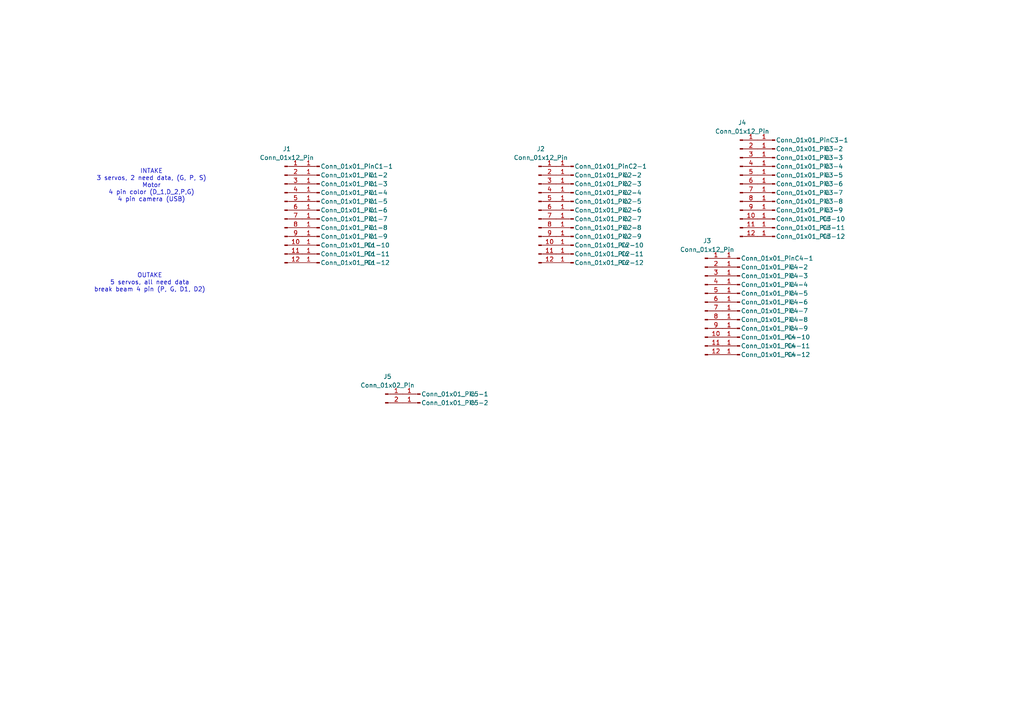
<source format=kicad_sch>
(kicad_sch (version 20231120) (generator "eeschema") (generator_version "8.0")
  (paper "A4")
  (lib_symbols
    (symbol "Connector:Conn_01x01_Pin" (pin_names (offset 1.016) hide)
      (property "Reference" "J" (at 0 2.54 0))
      (property "Value" "Conn_01x01_Pin" (at 0 -2.54 0))
      (symbol "Conn_01x01_Pin_1_1"
        (polyline (pts (xy 1.27 0) (xy 0.8636 0)) (stroke (width 0.1524)))
        (rectangle (start 0.8636 0.127) (end 0 -0.127) (stroke (width 0.1524)) (fill (type outline)))
        (pin passive line (at 5.08 0 180) (length 3.81) (name "Pin_1") (number "1"))
      )
    )
    (symbol "Connector:Conn_01x02_Pin" (pin_names (offset 1.016) hide)
      (property "Reference" "J" (at 0 2.54 0))
      (property "Value" "Conn_01x02_Pin" (at 0 -5.08 0))
      (symbol "Conn_01x02_Pin_1_1"
        (polyline (pts (xy 1.27 -2.54) (xy 0.8636 -2.54)) (stroke (width 0.1524)))
        (polyline (pts (xy 1.27 0) (xy 0.8636 0)) (stroke (width 0.1524)))
        (rectangle (start 0.8636 -2.413) (end 0 -2.667) (stroke (width 0.1524)) (fill (type outline)))
        (rectangle (start 0.8636 0.127) (end 0 -0.127) (stroke (width 0.1524)) (fill (type outline)))
        (pin passive line (at 5.08 0 180) (length 3.81) (name "Pin_1") (number "1"))
        (pin passive line (at 5.08 -2.54 180) (length 3.81) (name "Pin_2") (number "2"))
      )
    )
    (symbol "Connector:Conn_01x12_Pin" (pin_names (offset 1.016) hide)
      (property "Reference" "J" (at 0 15.24 0))
      (property "Value" "Conn_01x12_Pin" (at 0 -17.78 0))
      (symbol "Conn_01x12_Pin_1_1"
        (polyline (pts (xy 1.27 -15.24) (xy 0.8636 -15.24)) (stroke (width 0.1524)))
        (polyline (pts (xy 1.27 -12.7) (xy 0.8636 -12.7)) (stroke (width 0.1524)))
        (polyline (pts (xy 1.27 -10.16) (xy 0.8636 -10.16)) (stroke (width 0.1524)))
        (polyline (pts (xy 1.27 -7.62) (xy 0.8636 -7.62)) (stroke (width 0.1524)))
        (polyline (pts (xy 1.27 -5.08) (xy 0.8636 -5.08)) (stroke (width 0.1524)))
        (polyline (pts (xy 1.27 -2.54) (xy 0.8636 -2.54)) (stroke (width 0.1524)))
        (polyline (pts (xy 1.27 0) (xy 0.8636 0)) (stroke (width 0.1524)))
        (polyline (pts (xy 1.27 2.54) (xy 0.8636 2.54)) (stroke (width 0.1524)))
        (polyline (pts (xy 1.27 5.08) (xy 0.8636 5.08)) (stroke (width 0.1524)))
        (polyline (pts (xy 1.27 7.62) (xy 0.8636 7.62)) (stroke (width 0.1524)))
        (polyline (pts (xy 1.27 10.16) (xy 0.8636 10.16)) (stroke (width 0.1524)))
        (polyline (pts (xy 1.27 12.7) (xy 0.8636 12.7)) (stroke (width 0.1524)))
        (rectangle (start 0.8636 -15.113) (end 0 -15.367) (stroke (width 0.1524)) (fill (type outline)))
        (rectangle (start 0.8636 -12.573) (end 0 -12.827) (stroke (width 0.1524)) (fill (type outline)))
        (rectangle (start 0.8636 -10.033) (end 0 -10.287) (stroke (width 0.1524)) (fill (type outline)))
        (rectangle (start 0.8636 -7.493) (end 0 -7.747) (stroke (width 0.1524)) (fill (type outline)))
        (rectangle (start 0.8636 -4.953) (end 0 -5.207) (stroke (width 0.1524)) (fill (type outline)))
        (rectangle (start 0.8636 -2.413) (end 0 -2.667) (stroke (width 0.1524)) (fill (type outline)))
        (rectangle (start 0.8636 0.127) (end 0 -0.127) (stroke (width 0.1524)) (fill (type outline)))
        (rectangle (start 0.8636 2.667) (end 0 2.413) (stroke (width 0.1524)) (fill (type outline)))
        (rectangle (start 0.8636 5.207) (end 0 4.953) (stroke (width 0.1524)) (fill (type outline)))
        (rectangle (start 0.8636 7.747) (end 0 7.493) (stroke (width 0.1524)) (fill (type outline)))
        (rectangle (start 0.8636 10.287) (end 0 10.033) (stroke (width 0.1524)) (fill (type outline)))
        (rectangle (start 0.8636 12.827) (end 0 12.573) (stroke (width 0.1524)) (fill (type outline)))
        (pin passive line (at 5.08 12.7 180) (length 3.81) (name "Pin_1") (number "1"))
        (pin passive line (at 5.08 -10.16 180) (length 3.81) (name "Pin_10") (number "10"))
        (pin passive line (at 5.08 -12.7 180) (length 3.81) (name "Pin_11") (number "11"))
        (pin passive line (at 5.08 -15.24 180) (length 3.81) (name "Pin_12") (number "12"))
        (pin passive line (at 5.08 10.16 180) (length 3.81) (name "Pin_2") (number "2"))
        (pin passive line (at 5.08 7.62 180) (length 3.81) (name "Pin_3") (number "3"))
        (pin passive line (at 5.08 5.08 180) (length 3.81) (name "Pin_4") (number "4"))
        (pin passive line (at 5.08 2.54 180) (length 3.81) (name "Pin_5") (number "5"))
        (pin passive line (at 5.08 0 180) (length 3.81) (name "Pin_6") (number "6"))
        (pin passive line (at 5.08 -2.54 180) (length 3.81) (name "Pin_7") (number "7"))
        (pin passive line (at 5.08 -5.08 180) (length 3.81) (name "Pin_8") (number "8"))
        (pin passive line (at 5.08 -7.62 180) (length 3.81) (name "Pin_9") (number "9"))
      )
    )
  )
  (text "OUTAKE\n5 servos, all need data\nbreak beam 4 pin (P, G, D1, D2)" (at 43.434 82.042 0) (effects (font (size 1.27 1.27))))
  (text "INTAKE\n3 servos, 2 need data, (G, P, S)\nMotor\n4 pin color (D_1,D_2,P,G)\n4 pin camera (USB)" (at 43.942 53.848 0) (effects (font (size 1.27 1.27))))
  (symbol (lib_id "Connector:Conn_01x01_Pin") (at 214.63 95.25 180) (unit 1)
    (property "Reference" "C4-9" (at 231.648 95.25 0))
    (property "Value" "Conn_01x01_Pin" (at 222.758 95.25 0))
    (property "Footprint" "Connector_Wire:SolderWire-0.75sqmm_1x01_D1.25mm_OD2.3mm" (effects (hide yes)))
    (property "Description" "Generic connector, single row, 01x01, script generated" (effects (hide yes)))
  )
  (symbol (lib_id "Connector:Conn_01x01_Pin") (at 92.71 55.88 180) (unit 1)
    (property "Reference" "C1-4" (at 109.728 55.88 0))
    (property "Value" "Conn_01x01_Pin" (at 100.838 55.88 0))
    (property "Footprint" "Connector_Wire:SolderWire-0.75sqmm_1x01_D1.25mm_OD2.3mm" (effects (hide yes)))
    (property "Description" "Generic connector, single row, 01x01, script generated" (effects (hide yes)))
  )
  (symbol (lib_id "Connector:Conn_01x01_Pin") (at 214.63 87.63 180) (unit 1)
    (property "Reference" "C4-6" (at 231.648 87.63 0))
    (property "Value" "Conn_01x01_Pin" (at 222.758 87.63 0))
    (property "Footprint" "Connector_Wire:SolderWire-0.75sqmm_1x01_D1.25mm_OD2.3mm" (effects (hide yes)))
    (property "Description" "Generic connector, single row, 01x01, script generated" (effects (hide yes)))
  )
  (symbol (lib_id "Connector:Conn_01x01_Pin") (at 224.79 45.72 180) (unit 1)
    (property "Reference" "C3-3" (at 241.808 45.72 0))
    (property "Value" "Conn_01x01_Pin" (at 232.918 45.72 0))
    (property "Footprint" "Connector_Wire:SolderWire-0.75sqmm_1x01_D1.25mm_OD2.3mm" (effects (hide yes)))
    (property "Description" "Generic connector, single row, 01x01, script generated" (effects (hide yes)))
  )
  (symbol (lib_id "Connector:Conn_01x01_Pin") (at 166.37 55.88 180) (unit 1)
    (property "Reference" "C2-4" (at 183.388 55.88 0))
    (property "Value" "Conn_01x01_Pin" (at 174.498 55.88 0))
    (property "Footprint" "Connector_Wire:SolderWire-0.75sqmm_1x01_D1.25mm_OD2.3mm" (effects (hide yes)))
    (property "Description" "Generic connector, single row, 01x01, script generated" (effects (hide yes)))
  )
  (symbol (lib_id "Connector:Conn_01x12_Pin") (at 156.21 60.96 0) (unit 1)
    (property "Reference" "J2" (at 156.845 43.18 0))
    (property "Value" "Conn_01x12_Pin" (at 156.845 45.72 0))
    (property "Footprint" "Connector_JST:JST_XH_B12B-XH-A_1x12_P2.50mm_Vertical" (effects (hide yes)))
    (property "Description" "Generic connector, single row, 01x12, script generated" (effects (hide yes)))
  )
  (symbol (lib_id "Connector:Conn_01x01_Pin") (at 224.79 48.26 180) (unit 1)
    (property "Reference" "C3-4" (at 241.808 48.26 0))
    (property "Value" "Conn_01x01_Pin" (at 232.918 48.26 0))
    (property "Footprint" "Connector_Wire:SolderWire-0.75sqmm_1x01_D1.25mm_OD2.3mm" (effects (hide yes)))
    (property "Description" "Generic connector, single row, 01x01, script generated" (effects (hide yes)))
  )
  (symbol (lib_id "Connector:Conn_01x01_Pin") (at 214.63 80.01 180) (unit 1)
    (property "Reference" "C4-3" (at 231.648 80.01 0))
    (property "Value" "Conn_01x01_Pin" (at 222.758 80.01 0))
    (property "Footprint" "Connector_Wire:SolderWire-0.75sqmm_1x01_D1.25mm_OD2.3mm" (effects (hide yes)))
    (property "Description" "Generic connector, single row, 01x01, script generated" (effects (hide yes)))
  )
  (symbol (lib_id "Connector:Conn_01x01_Pin") (at 166.37 76.2 180) (unit 1)
    (property "Reference" "C2-12" (at 183.388 76.2 0))
    (property "Value" "Conn_01x01_Pin" (at 174.498 76.2 0))
    (property "Footprint" "Connector_Wire:SolderWire-0.75sqmm_1x01_D1.25mm_OD2.3mm" (effects (hide yes)))
    (property "Description" "Generic connector, single row, 01x01, script generated" (effects (hide yes)))
  )
  (symbol (lib_id "Connector:Conn_01x12_Pin") (at 204.47 87.63 0) (unit 1)
    (property "Reference" "J3" (at 205.105 69.85 0))
    (property "Value" "Conn_01x12_Pin" (at 205.105 72.39 0))
    (property "Footprint" "Connector_JST:JST_XH_B12B-XH-A_1x12_P2.50mm_Vertical" (effects (hide yes)))
    (property "Description" "Generic connector, single row, 01x12, script generated" (effects (hide yes)))
  )
  (symbol (lib_id "Connector:Conn_01x01_Pin") (at 224.79 68.58 180) (unit 1)
    (property "Reference" "C3-12" (at 241.808 68.58 0))
    (property "Value" "Conn_01x01_Pin" (at 232.918 68.58 0))
    (property "Footprint" "Connector_Wire:SolderWire-0.75sqmm_1x01_D1.25mm_OD2.3mm" (effects (hide yes)))
    (property "Description" "Generic connector, single row, 01x01, script generated" (effects (hide yes)))
  )
  (symbol (lib_id "Connector:Conn_01x01_Pin") (at 224.79 53.34 180) (unit 1)
    (property "Reference" "C3-6" (at 241.808 53.34 0))
    (property "Value" "Conn_01x01_Pin" (at 232.918 53.34 0))
    (property "Footprint" "Connector_Wire:SolderWire-0.75sqmm_1x01_D1.25mm_OD2.3mm" (effects (hide yes)))
    (property "Description" "Generic connector, single row, 01x01, script generated" (effects (hide yes)))
  )
  (symbol (lib_id "Connector:Conn_01x01_Pin") (at 224.79 43.18 180) (unit 1)
    (property "Reference" "C3-2" (at 241.808 43.18 0))
    (property "Value" "Conn_01x01_Pin" (at 232.918 43.18 0))
    (property "Footprint" "Connector_Wire:SolderWire-0.75sqmm_1x01_D1.25mm_OD2.3mm" (effects (hide yes)))
    (property "Description" "Generic connector, single row, 01x01, script generated" (effects (hide yes)))
  )
  (symbol (lib_id "Connector:Conn_01x01_Pin") (at 224.79 66.04 180) (unit 1)
    (property "Reference" "C3-11" (at 241.808 66.04 0))
    (property "Value" "Conn_01x01_Pin" (at 232.918 66.04 0))
    (property "Footprint" "Connector_Wire:SolderWire-0.75sqmm_1x01_D1.25mm_OD2.3mm" (effects (hide yes)))
    (property "Description" "Generic connector, single row, 01x01, script generated" (effects (hide yes)))
  )
  (symbol (lib_id "Connector:Conn_01x01_Pin") (at 92.71 71.12 180) (unit 1)
    (property "Reference" "C1-10" (at 109.728 71.12 0))
    (property "Value" "Conn_01x01_Pin" (at 100.838 71.12 0))
    (property "Footprint" "Connector_Wire:SolderWire-0.75sqmm_1x01_D1.25mm_OD2.3mm" (effects (hide yes)))
    (property "Description" "Generic connector, single row, 01x01, script generated" (effects (hide yes)))
  )
  (symbol (lib_id "Connector:Conn_01x01_Pin") (at 224.79 63.5 180) (unit 1)
    (property "Reference" "C3-10" (at 241.808 63.5 0))
    (property "Value" "Conn_01x01_Pin" (at 232.918 63.5 0))
    (property "Footprint" "Connector_Wire:SolderWire-0.75sqmm_1x01_D1.25mm_OD2.3mm" (effects (hide yes)))
    (property "Description" "Generic connector, single row, 01x01, script generated" (effects (hide yes)))
  )
  (symbol (lib_id "Connector:Conn_01x01_Pin") (at 92.71 60.96 180) (unit 1)
    (property "Reference" "C1-6" (at 109.728 60.96 0))
    (property "Value" "Conn_01x01_Pin" (at 100.838 60.96 0))
    (property "Footprint" "Connector_Wire:SolderWire-0.75sqmm_1x01_D1.25mm_OD2.3mm" (effects (hide yes)))
    (property "Description" "Generic connector, single row, 01x01, script generated" (effects (hide yes)))
  )
  (symbol (lib_id "Connector:Conn_01x01_Pin") (at 166.37 68.58 180) (unit 1)
    (property "Reference" "C2-9" (at 183.388 68.58 0))
    (property "Value" "Conn_01x01_Pin" (at 174.498 68.58 0))
    (property "Footprint" "Connector_Wire:SolderWire-0.75sqmm_1x01_D1.25mm_OD2.3mm" (effects (hide yes)))
    (property "Description" "Generic connector, single row, 01x01, script generated" (effects (hide yes)))
  )
  (symbol (lib_id "Connector:Conn_01x01_Pin") (at 224.79 60.96 180) (unit 1)
    (property "Reference" "C3-9" (at 241.808 60.96 0))
    (property "Value" "Conn_01x01_Pin" (at 232.918 60.96 0))
    (property "Footprint" "Connector_Wire:SolderWire-0.75sqmm_1x01_D1.25mm_OD2.3mm" (effects (hide yes)))
    (property "Description" "Generic connector, single row, 01x01, script generated" (effects (hide yes)))
  )
  (symbol (lib_id "Connector:Conn_01x01_Pin") (at 92.71 76.2 180) (unit 1)
    (property "Reference" "C1-12" (at 109.728 76.2 0))
    (property "Value" "Conn_01x01_Pin" (at 100.838 76.2 0))
    (property "Footprint" "Connector_Wire:SolderWire-0.75sqmm_1x01_D1.25mm_OD2.3mm" (effects (hide yes)))
    (property "Description" "Generic connector, single row, 01x01, script generated" (effects (hide yes)))
  )
  (symbol (lib_id "Connector:Conn_01x01_Pin") (at 166.37 63.5 180) (unit 1)
    (property "Reference" "C2-7" (at 183.388 63.5 0))
    (property "Value" "Conn_01x01_Pin" (at 174.498 63.5 0))
    (property "Footprint" "Connector_Wire:SolderWire-0.75sqmm_1x01_D1.25mm_OD2.3mm" (effects (hide yes)))
    (property "Description" "Generic connector, single row, 01x01, script generated" (effects (hide yes)))
  )
  (symbol (lib_id "Connector:Conn_01x01_Pin") (at 92.71 58.42 180) (unit 1)
    (property "Reference" "C1-5" (at 109.728 58.42 0))
    (property "Value" "Conn_01x01_Pin" (at 100.838 58.42 0))
    (property "Footprint" "Connector_Wire:SolderWire-0.75sqmm_1x01_D1.25mm_OD2.3mm" (effects (hide yes)))
    (property "Description" "Generic connector, single row, 01x01, script generated" (effects (hide yes)))
  )
  (symbol (lib_id "Connector:Conn_01x01_Pin") (at 121.92 116.84 180) (unit 1)
    (property "Reference" "C5-2" (at 138.938 116.84 0))
    (property "Value" "Conn_01x01_Pin" (at 130.048 116.84 0))
    (property "Footprint" "Connector_Wire:SolderWire-1sqmm_1x01_D1.4mm_OD2.7mm" (effects (hide yes)))
    (property "Description" "Generic connector, single row, 01x01, script generated" (effects (hide yes)))
  )
  (symbol (lib_id "Connector:Conn_01x01_Pin") (at 92.71 50.8 180) (unit 1)
    (property "Reference" "C1-2" (at 109.728 50.8 0))
    (property "Value" "Conn_01x01_Pin" (at 100.838 50.8 0))
    (property "Footprint" "Connector_Wire:SolderWire-0.75sqmm_1x01_D1.25mm_OD2.3mm" (effects (hide yes)))
    (property "Description" "Generic connector, single row, 01x01, script generated" (effects (hide yes)))
  )
  (symbol (lib_id "Connector:Conn_01x01_Pin") (at 214.63 102.87 180) (unit 1)
    (property "Reference" "C4-12" (at 231.648 102.87 0))
    (property "Value" "Conn_01x01_Pin" (at 222.758 102.87 0))
    (property "Footprint" "Connector_Wire:SolderWire-0.75sqmm_1x01_D1.25mm_OD2.3mm" (effects (hide yes)))
    (property "Description" "Generic connector, single row, 01x01, script generated" (effects (hide yes)))
  )
  (symbol (lib_id "Connector:Conn_01x01_Pin") (at 166.37 73.66 180) (unit 1)
    (property "Reference" "C2-11" (at 183.388 73.66 0))
    (property "Value" "Conn_01x01_Pin" (at 174.498 73.66 0))
    (property "Footprint" "Connector_Wire:SolderWire-0.75sqmm_1x01_D1.25mm_OD2.3mm" (effects (hide yes)))
    (property "Description" "Generic connector, single row, 01x01, script generated" (effects (hide yes)))
  )
  (symbol (lib_id "Connector:Conn_01x01_Pin") (at 121.92 114.3 180) (unit 1)
    (property "Reference" "C5-1" (at 138.938 114.3 0))
    (property "Value" "Conn_01x01_Pin" (at 130.048 114.3 0))
    (property "Footprint" "Connector_Wire:SolderWire-1sqmm_1x01_D1.4mm_OD2.7mm" (effects (hide yes)))
    (property "Description" "Generic connector, single row, 01x01, script generated" (effects (hide yes)))
  )
  (symbol (lib_id "Connector:Conn_01x01_Pin") (at 214.63 92.71 180) (unit 1)
    (property "Reference" "C4-8" (at 231.648 92.71 0))
    (property "Value" "Conn_01x01_Pin" (at 222.758 92.71 0))
    (property "Footprint" "Connector_Wire:SolderWire-0.75sqmm_1x01_D1.25mm_OD2.3mm" (effects (hide yes)))
    (property "Description" "Generic connector, single row, 01x01, script generated" (effects (hide yes)))
  )
  (symbol (lib_id "Connector:Conn_01x01_Pin") (at 224.79 40.64 180) (unit 1)
    (property "Reference" "C3-1" (at 243.332 40.64 0))
    (property "Value" "Conn_01x01_Pin" (at 232.918 40.64 0))
    (property "Footprint" "Connector_Wire:SolderWire-0.75sqmm_1x01_D1.25mm_OD2.3mm" (effects (hide yes)))
    (property "Description" "Generic connector, single row, 01x01, script generated" (effects (hide yes)))
  )
  (symbol (lib_id "Connector:Conn_01x01_Pin") (at 224.79 55.88 180) (unit 1)
    (property "Reference" "C3-7" (at 241.808 55.88 0))
    (property "Value" "Conn_01x01_Pin" (at 232.918 55.88 0))
    (property "Footprint" "Connector_Wire:SolderWire-0.75sqmm_1x01_D1.25mm_OD2.3mm" (effects (hide yes)))
    (property "Description" "Generic connector, single row, 01x01, script generated" (effects (hide yes)))
  )
  (symbol (lib_id "Connector:Conn_01x01_Pin") (at 92.71 48.26 180) (unit 1)
    (property "Reference" "C1-1" (at 111.252 48.26 0))
    (property "Value" "Conn_01x01_Pin" (at 100.838 48.26 0))
    (property "Footprint" "Connector_Wire:SolderWire-0.75sqmm_1x01_D1.25mm_OD2.3mm" (effects (hide yes)))
    (property "Description" "Generic connector, single row, 01x01, script generated" (effects (hide yes)))
  )
  (symbol (lib_id "Connector:Conn_01x01_Pin") (at 214.63 77.47 180) (unit 1)
    (property "Reference" "C4-2" (at 231.648 77.47 0))
    (property "Value" "Conn_01x01_Pin" (at 222.758 77.47 0))
    (property "Footprint" "Connector_Wire:SolderWire-0.75sqmm_1x01_D1.25mm_OD2.3mm" (effects (hide yes)))
    (property "Description" "Generic connector, single row, 01x01, script generated" (effects (hide yes)))
  )
  (symbol (lib_id "Connector:Conn_01x01_Pin") (at 214.63 85.09 180) (unit 1)
    (property "Reference" "C4-5" (at 231.648 85.09 0))
    (property "Value" "Conn_01x01_Pin" (at 222.758 85.09 0))
    (property "Footprint" "Connector_Wire:SolderWire-0.75sqmm_1x01_D1.25mm_OD2.3mm" (effects (hide yes)))
    (property "Description" "Generic connector, single row, 01x01, script generated" (effects (hide yes)))
  )
  (symbol (lib_id "Connector:Conn_01x01_Pin") (at 214.63 82.55 180) (unit 1)
    (property "Reference" "C4-4" (at 231.648 82.55 0))
    (property "Value" "Conn_01x01_Pin" (at 222.758 82.55 0))
    (property "Footprint" "Connector_Wire:SolderWire-0.75sqmm_1x01_D1.25mm_OD2.3mm" (effects (hide yes)))
    (property "Description" "Generic connector, single row, 01x01, script generated" (effects (hide yes)))
  )
  (symbol (lib_id "Connector:Conn_01x01_Pin") (at 92.71 53.34 180) (unit 1)
    (property "Reference" "C1-3" (at 109.728 53.34 0))
    (property "Value" "Conn_01x01_Pin" (at 100.838 53.34 0))
    (property "Footprint" "Connector_Wire:SolderWire-0.75sqmm_1x01_D1.25mm_OD2.3mm" (effects (hide yes)))
    (property "Description" "Generic connector, single row, 01x01, script generated" (effects (hide yes)))
  )
  (symbol (lib_id "Connector:Conn_01x01_Pin") (at 166.37 71.12 180) (unit 1)
    (property "Reference" "C2-10" (at 183.388 71.12 0))
    (property "Value" "Conn_01x01_Pin" (at 174.498 71.12 0))
    (property "Footprint" "Connector_Wire:SolderWire-0.75sqmm_1x01_D1.25mm_OD2.3mm" (effects (hide yes)))
    (property "Description" "Generic connector, single row, 01x01, script generated" (effects (hide yes)))
  )
  (symbol (lib_id "Connector:Conn_01x01_Pin") (at 214.63 90.17 180) (unit 1)
    (property "Reference" "C4-7" (at 231.648 90.17 0))
    (property "Value" "Conn_01x01_Pin" (at 222.758 90.17 0))
    (property "Footprint" "Connector_Wire:SolderWire-0.75sqmm_1x01_D1.25mm_OD2.3mm" (effects (hide yes)))
    (property "Description" "Generic connector, single row, 01x01, script generated" (effects (hide yes)))
  )
  (symbol (lib_id "Connector:Conn_01x01_Pin") (at 214.63 100.33 180) (unit 1)
    (property "Reference" "C4-11" (at 231.648 100.33 0))
    (property "Value" "Conn_01x01_Pin" (at 222.758 100.33 0))
    (property "Footprint" "Connector_Wire:SolderWire-0.75sqmm_1x01_D1.25mm_OD2.3mm" (effects (hide yes)))
    (property "Description" "Generic connector, single row, 01x01, script generated" (effects (hide yes)))
  )
  (symbol (lib_id "Connector:Conn_01x12_Pin") (at 82.55 60.96 0) (unit 1)
    (property "Reference" "J1" (at 83.185 43.18 0))
    (property "Value" "Conn_01x12_Pin" (at 83.185 45.72 0))
    (property "Footprint" "Connector_JST:JST_XH_B12B-XH-A_1x12_P2.50mm_Vertical" (effects (hide yes)))
    (property "Description" "Generic connector, single row, 01x12, script generated" (effects (hide yes)))
  )
  (symbol (lib_id "Connector:Conn_01x01_Pin") (at 224.79 50.8 180) (unit 1)
    (property "Reference" "C3-5" (at 241.808 50.8 0))
    (property "Value" "Conn_01x01_Pin" (at 232.918 50.8 0))
    (property "Footprint" "Connector_Wire:SolderWire-0.75sqmm_1x01_D1.25mm_OD2.3mm" (effects (hide yes)))
    (property "Description" "Generic connector, single row, 01x01, script generated" (effects (hide yes)))
  )
  (symbol (lib_id "Connector:Conn_01x01_Pin") (at 166.37 48.26 180) (unit 1)
    (property "Reference" "C2-1" (at 184.912 48.26 0))
    (property "Value" "Conn_01x01_Pin" (at 174.498 48.26 0))
    (property "Footprint" "Connector_Wire:SolderWire-0.75sqmm_1x01_D1.25mm_OD2.3mm" (effects (hide yes)))
    (property "Description" "Generic connector, single row, 01x01, script generated" (effects (hide yes)))
  )
  (symbol (lib_id "Connector:Conn_01x01_Pin") (at 166.37 60.96 180) (unit 1)
    (property "Reference" "C2-6" (at 183.388 60.96 0))
    (property "Value" "Conn_01x01_Pin" (at 174.498 60.96 0))
    (property "Footprint" "Connector_Wire:SolderWire-0.75sqmm_1x01_D1.25mm_OD2.3mm" (effects (hide yes)))
    (property "Description" "Generic connector, single row, 01x01, script generated" (effects (hide yes)))
  )
  (symbol (lib_id "Connector:Conn_01x01_Pin") (at 92.71 63.5 180) (unit 1)
    (property "Reference" "C1-7" (at 109.728 63.5 0))
    (property "Value" "Conn_01x01_Pin" (at 100.838 63.5 0))
    (property "Footprint" "Connector_Wire:SolderWire-0.75sqmm_1x01_D1.25mm_OD2.3mm" (effects (hide yes)))
    (property "Description" "Generic connector, single row, 01x01, script generated" (effects (hide yes)))
  )
  (symbol (lib_id "Connector:Conn_01x01_Pin") (at 214.63 74.93 180) (unit 1)
    (property "Reference" "C4-1" (at 233.172 74.93 0))
    (property "Value" "Conn_01x01_Pin" (at 222.758 74.93 0))
    (property "Footprint" "Connector_Wire:SolderWire-0.75sqmm_1x01_D1.25mm_OD2.3mm" (effects (hide yes)))
    (property "Description" "Generic connector, single row, 01x01, script generated" (effects (hide yes)))
  )
  (symbol (lib_id "Connector:Conn_01x01_Pin") (at 166.37 50.8 180) (unit 1)
    (property "Reference" "C2-2" (at 183.388 50.8 0))
    (property "Value" "Conn_01x01_Pin" (at 174.498 50.8 0))
    (property "Footprint" "Connector_Wire:SolderWire-0.75sqmm_1x01_D1.25mm_OD2.3mm" (effects (hide yes)))
    (property "Description" "Generic connector, single row, 01x01, script generated" (effects (hide yes)))
  )
  (symbol (lib_id "Connector:Conn_01x01_Pin") (at 166.37 53.34 180) (unit 1)
    (property "Reference" "C2-3" (at 183.388 53.34 0))
    (property "Value" "Conn_01x01_Pin" (at 174.498 53.34 0))
    (property "Footprint" "Connector_Wire:SolderWire-0.75sqmm_1x01_D1.25mm_OD2.3mm" (effects (hide yes)))
    (property "Description" "Generic connector, single row, 01x01, script generated" (effects (hide yes)))
  )
  (symbol (lib_id "Connector:Conn_01x02_Pin") (at 111.76 114.3 0) (unit 1)
    (property "Reference" "J5" (at 112.395 109.22 0))
    (property "Value" "Conn_01x02_Pin" (at 112.395 111.76 0))
    (property "Footprint" "Connector_JST:JST_VH_B2P-VH-B_1x02_P3.96mm_Vertical" (effects (hide yes)))
    (property "Description" "Generic connector, single row, 01x02, script generated" (effects (hide yes)))
  )
  (symbol (lib_id "Connector:Conn_01x01_Pin") (at 166.37 58.42 180) (unit 1)
    (property "Reference" "C2-5" (at 183.388 58.42 0))
    (property "Value" "Conn_01x01_Pin" (at 174.498 58.42 0))
    (property "Footprint" "Connector_Wire:SolderWire-0.75sqmm_1x01_D1.25mm_OD2.3mm" (effects (hide yes)))
    (property "Description" "Generic connector, single row, 01x01, script generated" (effects (hide yes)))
  )
  (symbol (lib_id "Connector:Conn_01x01_Pin") (at 92.71 68.58 180) (unit 1)
    (property "Reference" "C1-9" (at 109.728 68.58 0))
    (property "Value" "Conn_01x01_Pin" (at 100.838 68.58 0))
    (property "Footprint" "Connector_Wire:SolderWire-0.75sqmm_1x01_D1.25mm_OD2.3mm" (effects (hide yes)))
    (property "Description" "Generic connector, single row, 01x01, script generated" (effects (hide yes)))
  )
  (symbol (lib_id "Connector:Conn_01x01_Pin") (at 214.63 97.79 180) (unit 1)
    (property "Reference" "C4-10" (at 231.648 97.79 0))
    (property "Value" "Conn_01x01_Pin" (at 222.758 97.79 0))
    (property "Footprint" "Connector_Wire:SolderWire-0.75sqmm_1x01_D1.25mm_OD2.3mm" (effects (hide yes)))
    (property "Description" "Generic connector, single row, 01x01, script generated" (effects (hide yes)))
  )
  (symbol (lib_id "Connector:Conn_01x01_Pin") (at 92.71 73.66 180) (unit 1)
    (property "Reference" "C1-11" (at 109.728 73.66 0))
    (property "Value" "Conn_01x01_Pin" (at 100.838 73.66 0))
    (property "Footprint" "Connector_Wire:SolderWire-0.75sqmm_1x01_D1.25mm_OD2.3mm" (effects (hide yes)))
    (property "Description" "Generic connector, single row, 01x01, script generated" (effects (hide yes)))
  )
  (symbol (lib_id "Connector:Conn_01x01_Pin") (at 166.37 66.04 180) (unit 1)
    (property "Reference" "C2-8" (at 183.388 66.04 0))
    (property "Value" "Conn_01x01_Pin" (at 174.498 66.04 0))
    (property "Footprint" "Connector_Wire:SolderWire-0.75sqmm_1x01_D1.25mm_OD2.3mm" (effects (hide yes)))
    (property "Description" "Generic connector, single row, 01x01, script generated" (effects (hide yes)))
  )
  (symbol (lib_id "Connector:Conn_01x01_Pin") (at 224.79 58.42 180) (unit 1)
    (property "Reference" "C3-8" (at 241.808 58.42 0))
    (property "Value" "Conn_01x01_Pin" (at 232.918 58.42 0))
    (property "Footprint" "Connector_Wire:SolderWire-0.75sqmm_1x01_D1.25mm_OD2.3mm" (effects (hide yes)))
    (property "Description" "Generic connector, single row, 01x01, script generated" (effects (hide yes)))
  )
  (symbol (lib_id "Connector:Conn_01x01_Pin") (at 92.71 66.04 180) (unit 1)
    (property "Reference" "C1-8" (at 109.728 66.04 0))
    (property "Value" "Conn_01x01_Pin" (at 100.838 66.04 0))
    (property "Footprint" "Connector_Wire:SolderWire-0.75sqmm_1x01_D1.25mm_OD2.3mm" (effects (hide yes)))
    (property "Description" "Generic connector, single row, 01x01, script generated" (effects (hide yes)))
  )
  (symbol (lib_id "Connector:Conn_01x12_Pin") (at 214.63 53.34 0) (unit 1)
    (property "Reference" "J4" (at 215.265 35.56 0))
    (property "Value" "Conn_01x12_Pin" (at 215.265 38.1 0))
    (property "Footprint" "Connector_JST:JST_XH_B12B-XH-A_1x12_P2.50mm_Vertical" (effects (hide yes)))
    (property "Description" "Generic connector, single row, 01x12, script generated" (effects (hide yes)))
  )
)
</source>
